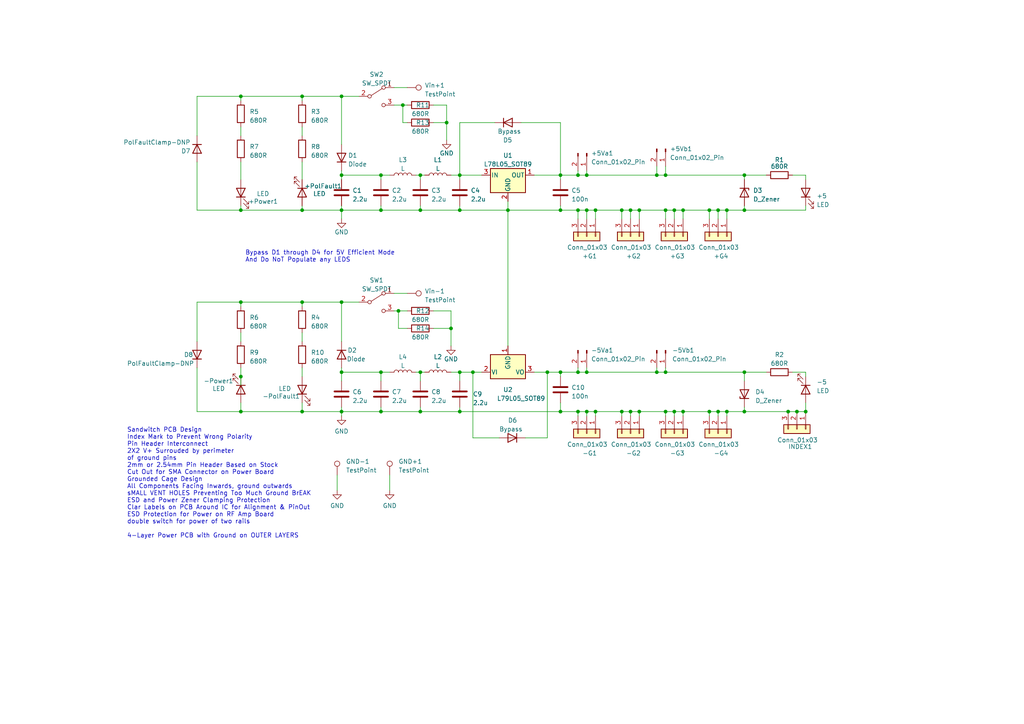
<source format=kicad_sch>
(kicad_sch (version 20230121) (generator eeschema)
  (paper "A4")
  (lib_symbols
    (symbol "Connector:Conn_01x02_Pin" (pin_names (offset 1.016) hide)
      (property "Reference" "J" (at 0 2.54 0))
      (property "Value" "Conn_01x02_Pin" (at 0 -5.08 0))
      (symbol "Conn_01x02_Pin_1_1"
        (polyline (pts (xy 1.27 -2.54) (xy 0.8636 -2.54)) (stroke (width 0.1524)))
        (polyline (pts (xy 1.27 0) (xy 0.8636 0)) (stroke (width 0.1524)))
        (rectangle (start 0.8636 -2.413) (end 0 -2.667) (stroke (width 0.1524)) (fill (type outline)))
        (rectangle (start 0.8636 0.127) (end 0 -0.127) (stroke (width 0.1524)) (fill (type outline)))
        (pin passive line (at 5.08 0 180) (length 3.81) (name "Pin_1") (number "1"))
        (pin passive line (at 5.08 -2.54 180) (length 3.81) (name "Pin_2") (number "2"))
      )
    )
    (symbol "Connector:TestPoint" (pin_numbers hide) (pin_names (offset 0.762) hide)
      (property "Reference" "TP" (at 0 6.858 0))
      (property "Value" "TestPoint" (at 0 5.08 0))
      (symbol "TestPoint_0_1"
        (circle (center 0 3.302) (radius 0.762))
      )
      (symbol "TestPoint_1_1"
        (pin passive line (at 0 0 90) (length 2.54) (name "1") (number "1"))
      )
    )
    (symbol "Connector_Generic:Conn_01x03" (pin_names (offset 1.016) hide)
      (property "Reference" "J" (at 0 5.08 0))
      (property "Value" "Conn_01x03" (at 0 -5.08 0))
      (symbol "Conn_01x03_1_1"
        (rectangle (start -1.27 -2.413) (end 0 -2.667) (stroke (width 0.1524)))
        (rectangle (start -1.27 0.127) (end 0 -0.127) (stroke (width 0.1524)))
        (rectangle (start -1.27 2.667) (end 0 2.413) (stroke (width 0.1524)))
        (rectangle (start -1.27 3.81) (end 1.27 -3.81) (stroke (width 0.254)) (fill (type background)))
        (pin passive line (at -5.08 2.54 0) (length 3.81) (name "Pin_1") (number "1"))
        (pin passive line (at -5.08 0 0) (length 3.81) (name "Pin_2") (number "2"))
        (pin passive line (at -5.08 -2.54 0) (length 3.81) (name "Pin_3") (number "3"))
      )
    )
    (symbol "Device:C" (pin_numbers hide) (pin_names (offset 0.254))
      (property "Reference" "C" (at 0.635 2.54 0))
      (property "Value" "C" (at 0.635 -2.54 0))
      (symbol "C_0_1"
        (polyline (pts (xy -2.032 -0.762) (xy 2.032 -0.762)) (stroke (width 0.508)))
        (polyline (pts (xy -2.032 0.762) (xy 2.032 0.762)) (stroke (width 0.508)))
      )
      (symbol "C_1_1"
        (pin passive line (at 0 3.81 270) (length 2.794) (name "~") (number "1"))
        (pin passive line (at 0 -3.81 90) (length 2.794) (name "~") (number "2"))
      )
    )
    (symbol "Device:D_Zener" (pin_numbers hide) (pin_names (offset 1.016) hide)
      (property "Reference" "D" (at 0 2.54 0))
      (property "Value" "D_Zener" (at 0 -2.54 0))
      (symbol "D_Zener_0_1"
        (polyline (pts (xy 1.27 0) (xy -1.27 0)))
        (polyline (pts (xy -1.27 -1.27) (xy -1.27 1.27) (xy -0.762 1.27)) (stroke (width 0.254)))
        (polyline (pts (xy 1.27 -1.27) (xy 1.27 1.27) (xy -1.27 0) (xy 1.27 -1.27)) (stroke (width 0.254)))
      )
      (symbol "D_Zener_1_1"
        (pin passive line (at -3.81 0 0) (length 2.54) (name "K") (number "1"))
        (pin passive line (at 3.81 0 180) (length 2.54) (name "A") (number "2"))
      )
    )
    (symbol "Device:L" (pin_numbers hide) (pin_names (offset 1.016) hide)
      (property "Reference" "L" (at -1.27 0 90))
      (property "Value" "L" (at 1.905 0 90))
      (symbol "L_0_1"
        (arc (start 0 -2.54) (mid 0.6323 -1.905) (end 0 -1.27))
        (arc (start 0 -1.27) (mid 0.6323 -0.635) (end 0 0))
        (arc (start 0 0) (mid 0.6323 0.635) (end 0 1.27))
        (arc (start 0 1.27) (mid 0.6323 1.905) (end 0 2.54))
      )
      (symbol "L_1_1"
        (pin passive line (at 0 3.81 270) (length 1.27) (name "1") (number "1"))
        (pin passive line (at 0 -3.81 90) (length 1.27) (name "2") (number "2"))
      )
    )
    (symbol "Device:LED" (pin_numbers hide) (pin_names (offset 1.016) hide)
      (property "Reference" "D" (at 0 2.54 0))
      (property "Value" "LED" (at 0 -2.54 0))
      (symbol "LED_0_1"
        (polyline (pts (xy -1.27 -1.27) (xy -1.27 1.27)) (stroke (width 0.254)))
        (polyline (pts (xy -1.27 0) (xy 1.27 0)))
        (polyline (pts (xy 1.27 -1.27) (xy 1.27 1.27) (xy -1.27 0) (xy 1.27 -1.27)) (stroke (width 0.254)))
        (polyline (pts (xy -3.048 -0.762) (xy -4.572 -2.286) (xy -3.81 -2.286) (xy -4.572 -2.286) (xy -4.572 -1.524)))
        (polyline (pts (xy -1.778 -0.762) (xy -3.302 -2.286) (xy -2.54 -2.286) (xy -3.302 -2.286) (xy -3.302 -1.524)))
      )
      (symbol "LED_1_1"
        (pin passive line (at -3.81 0 0) (length 2.54) (name "K") (number "1"))
        (pin passive line (at 3.81 0 180) (length 2.54) (name "A") (number "2"))
      )
    )
    (symbol "Device:R" (pin_numbers hide) (pin_names (offset 0))
      (property "Reference" "R" (at 2.032 0 90))
      (property "Value" "R" (at 0 0 90))
      (symbol "R_0_1"
        (rectangle (start -1.016 -2.54) (end 1.016 2.54) (stroke (width 0.254)))
      )
      (symbol "R_1_1"
        (pin passive line (at 0 3.81 270) (length 1.27) (name "~") (number "1"))
        (pin passive line (at 0 -3.81 90) (length 1.27) (name "~") (number "2"))
      )
    )
    (symbol "Regulator_Linear:L78L05_SOT89" (pin_names (offset 0.254))
      (property "Reference" "U" (at -3.81 3.175 0))
      (property "Value" "L78L05_SOT89" (at -0.635 3.175 0))
      (symbol "L78L05_SOT89_0_1"
        (rectangle (start -5.08 1.905) (end 5.08 -5.08) (stroke (width 0.254)) (fill (type background)))
      )
      (symbol "L78L05_SOT89_1_1"
        (pin power_out line (at 7.62 0 180) (length 2.54) (name "OUT") (number "1"))
        (pin power_in line (at 0 -7.62 90) (length 2.54) (name "GND") (number "2"))
        (pin power_in line (at -7.62 0 0) (length 2.54) (name "IN") (number "3"))
      )
    )
    (symbol "Regulator_Linear:L79L05_SOT89" (pin_names (offset 0.254))
      (property "Reference" "U" (at -3.81 -3.175 0))
      (property "Value" "L79L05_SOT89" (at 0 -3.175 0))
      (symbol "L79L05_SOT89_0_1"
        (rectangle (start -5.08 5.08) (end 5.08 -1.905) (stroke (width 0.254)) (fill (type background)))
      )
      (symbol "L79L05_SOT89_1_1"
        (pin power_in line (at 0 7.62 270) (length 2.54) (name "GND") (number "1"))
        (pin power_in line (at -7.62 0 0) (length 2.54) (name "VI") (number "2"))
        (pin power_out line (at 7.62 0 180) (length 2.54) (name "VO") (number "3"))
      )
    )
    (symbol "ScottoKeebs:Placeholder_Diode" (pin_numbers hide) (pin_names hide)
      (property "Reference" "D" (at 0 2.54 0))
      (property "Value" "Diode" (at 0 -2.54 0))
      (symbol "Placeholder_Diode_0_1"
        (polyline (pts (xy -1.27 1.27) (xy -1.27 -1.27)) (stroke (width 0.254)))
        (polyline (pts (xy 1.27 0) (xy -1.27 0)))
        (polyline (pts (xy 1.27 1.27) (xy 1.27 -1.27) (xy -1.27 0) (xy 1.27 1.27)) (stroke (width 0.254)))
      )
      (symbol "Placeholder_Diode_1_1"
        (pin passive line (at -3.81 0 0) (length 2.54) (name "K") (number "1"))
        (pin passive line (at 3.81 0 180) (length 2.54) (name "A") (number "2"))
      )
    )
    (symbol "Switch:SW_SPDT" (pin_names (offset 0) hide)
      (property "Reference" "SW" (at 0 4.318 0))
      (property "Value" "SW_SPDT" (at 0 -5.08 0))
      (symbol "SW_SPDT_0_0"
        (circle (center -2.032 0) (radius 0.508))
        (circle (center 2.032 -2.54) (radius 0.508))
      )
      (symbol "SW_SPDT_0_1"
        (polyline (pts (xy -1.524 0.254) (xy 1.651 2.286)))
        (circle (center 2.032 2.54) (radius 0.508))
      )
      (symbol "SW_SPDT_1_1"
        (pin passive line (at 5.08 2.54 180) (length 2.54) (name "A") (number "1"))
        (pin passive line (at -5.08 0 0) (length 2.54) (name "B") (number "2"))
        (pin passive line (at 5.08 -2.54 180) (length 2.54) (name "C") (number "3"))
      )
    )
    (symbol "power:GND" (power) (pin_names (offset 0))
      (property "Value" "GND" (at 0 -3.81 0))
      (symbol "GND_0_1"
        (polyline (pts (xy 0 0) (xy 0 -1.27) (xy 1.27 -1.27) (xy 0 -2.54) (xy -1.27 -1.27) (xy 0 -1.27)))
      )
      (symbol "GND_1_1"
        (pin power_in line (at 0 0 270) (length 0) hide (name "GND") (number "1"))
      )
    )
  )
  (junction (at 121.92 50.8))
  (junction (at 167.64 60.96))
  (junction (at 133.35 119.38))
  (junction (at 231.14 119.38))
  (junction (at 198.12 119.38))
  (junction (at 87.63 87.63))
  (junction (at 208.28 60.96))
  (junction (at 69.85 60.96))
  (junction (at 137.16 107.95))
  (junction (at 133.35 50.8))
  (junction (at 116.84 30.48))
  (junction (at 195.58 119.38))
  (junction (at 180.34 119.38))
  (junction (at 99.06 60.96))
  (junction (at 69.85 27.94))
  (junction (at 193.04 60.96))
  (junction (at 133.35 60.96))
  (junction (at 193.04 50.8))
  (junction (at 99.06 50.8))
  (junction (at 228.6 119.38))
  (junction (at 158.75 107.95))
  (junction (at 193.04 119.38))
  (junction (at 99.06 27.94))
  (junction (at 215.9 60.96))
  (junction (at 182.88 60.96))
  (junction (at 110.49 107.95))
  (junction (at 215.9 119.38))
  (junction (at 110.49 60.96))
  (junction (at 69.85 87.63))
  (junction (at 170.18 60.96))
  (junction (at 167.64 50.8))
  (junction (at 190.5 107.95))
  (junction (at 215.9 50.8))
  (junction (at 182.88 119.38))
  (junction (at 121.92 107.95))
  (junction (at 121.92 119.38))
  (junction (at 205.74 119.38))
  (junction (at 115.57 90.17))
  (junction (at 210.82 60.96))
  (junction (at 110.49 50.8))
  (junction (at 195.58 60.96))
  (junction (at 99.06 87.63))
  (junction (at 172.72 60.96))
  (junction (at 99.06 119.38))
  (junction (at 99.06 107.95))
  (junction (at 162.56 60.96))
  (junction (at 69.85 119.38))
  (junction (at 185.42 119.38))
  (junction (at 185.42 60.96))
  (junction (at 69.85 109.22))
  (junction (at 215.9 107.95))
  (junction (at 233.68 119.38))
  (junction (at 167.64 107.95))
  (junction (at 87.63 60.96))
  (junction (at 170.18 107.95))
  (junction (at 170.18 119.38))
  (junction (at 167.64 119.38))
  (junction (at 133.35 107.95))
  (junction (at 162.56 50.8))
  (junction (at 110.49 119.38))
  (junction (at 190.5 50.8))
  (junction (at 193.04 107.95))
  (junction (at 129.54 35.56))
  (junction (at 87.63 119.38))
  (junction (at 210.82 119.38))
  (junction (at 198.12 60.96))
  (junction (at 205.74 60.96))
  (junction (at 170.18 50.8))
  (junction (at 162.56 119.38))
  (junction (at 162.56 107.95))
  (junction (at 87.63 27.94))
  (junction (at 130.81 95.25))
  (junction (at 180.34 60.96))
  (junction (at 147.32 60.96))
  (junction (at 208.28 119.38))
  (junction (at 172.72 119.38))
  (junction (at 121.92 60.96))
  (wire (pts (xy 233.68 52.07) (xy 233.68 50.8)))
  (wire (pts (xy 121.92 52.07) (xy 121.92 50.8)))
  (wire (pts (xy 99.06 118.11) (xy 99.06 119.38)))
  (wire (pts (xy 198.12 60.96) (xy 195.58 60.96)))
  (wire (pts (xy 210.82 63.5) (xy 210.82 60.96)))
  (wire (pts (xy 110.49 60.96) (xy 99.06 60.96)))
  (wire (pts (xy 57.15 39.37) (xy 57.15 27.94)))
  (wire (pts (xy 121.92 118.11) (xy 121.92 119.38)))
  (wire (pts (xy 125.73 90.17) (xy 130.81 90.17)))
  (wire (pts (xy 69.85 87.63) (xy 87.63 87.63)))
  (wire (pts (xy 182.88 60.96) (xy 182.88 63.5)))
  (wire (pts (xy 158.75 127) (xy 158.75 107.95)))
  (wire (pts (xy 114.3 30.48) (xy 116.84 30.48)))
  (wire (pts (xy 190.5 48.26) (xy 190.5 50.8)))
  (wire (pts (xy 57.15 99.06) (xy 57.15 87.63)))
  (wire (pts (xy 172.72 60.96) (xy 170.18 60.96)))
  (wire (pts (xy 121.92 107.95) (xy 120.65 107.95)))
  (wire (pts (xy 130.81 90.17) (xy 130.81 95.25)))
  (wire (pts (xy 121.92 60.96) (xy 133.35 60.96)))
  (wire (pts (xy 121.92 119.38) (xy 110.49 119.38)))
  (wire (pts (xy 57.15 119.38) (xy 69.85 119.38)))
  (wire (pts (xy 180.34 60.96) (xy 172.72 60.96)))
  (wire (pts (xy 193.04 50.8) (xy 215.9 50.8)))
  (wire (pts (xy 167.64 60.96) (xy 167.64 63.5)))
  (wire (pts (xy 99.06 60.96) (xy 99.06 63.5)))
  (wire (pts (xy 193.04 60.96) (xy 193.04 63.5)))
  (wire (pts (xy 87.63 46.99) (xy 87.63 52.07)))
  (wire (pts (xy 69.85 36.83) (xy 69.85 39.37)))
  (wire (pts (xy 118.11 95.25) (xy 115.57 95.25)))
  (wire (pts (xy 69.85 106.68) (xy 69.85 109.22)))
  (wire (pts (xy 162.56 50.8) (xy 162.56 52.07)))
  (wire (pts (xy 233.68 60.96) (xy 215.9 60.96)))
  (wire (pts (xy 193.04 106.68) (xy 193.04 107.95)))
  (wire (pts (xy 133.35 59.69) (xy 133.35 60.96)))
  (wire (pts (xy 167.64 106.68) (xy 167.64 107.95)))
  (wire (pts (xy 172.72 119.38) (xy 172.72 120.65)))
  (wire (pts (xy 69.85 29.21) (xy 69.85 27.94)))
  (wire (pts (xy 167.64 50.8) (xy 170.18 50.8)))
  (wire (pts (xy 162.56 35.56) (xy 162.56 50.8)))
  (wire (pts (xy 162.56 60.96) (xy 147.32 60.96)))
  (wire (pts (xy 87.63 60.96) (xy 99.06 60.96)))
  (wire (pts (xy 137.16 107.95) (xy 139.7 107.95)))
  (wire (pts (xy 205.74 60.96) (xy 205.74 63.5)))
  (wire (pts (xy 69.85 60.96) (xy 87.63 60.96)))
  (wire (pts (xy 193.04 60.96) (xy 185.42 60.96)))
  (wire (pts (xy 233.68 59.69) (xy 233.68 60.96)))
  (wire (pts (xy 215.9 50.8) (xy 215.9 52.07)))
  (wire (pts (xy 87.63 29.21) (xy 87.63 27.94)))
  (wire (pts (xy 87.63 87.63) (xy 99.06 87.63)))
  (wire (pts (xy 121.92 110.49) (xy 121.92 107.95)))
  (wire (pts (xy 210.82 60.96) (xy 208.28 60.96)))
  (wire (pts (xy 170.18 60.96) (xy 170.18 63.5)))
  (wire (pts (xy 167.64 60.96) (xy 162.56 60.96)))
  (wire (pts (xy 133.35 119.38) (xy 121.92 119.38)))
  (wire (pts (xy 57.15 46.99) (xy 57.15 60.96)))
  (wire (pts (xy 110.49 107.95) (xy 99.06 107.95)))
  (wire (pts (xy 195.58 60.96) (xy 193.04 60.96)))
  (wire (pts (xy 133.35 35.56) (xy 133.35 50.8)))
  (wire (pts (xy 87.63 27.94) (xy 99.06 27.94)))
  (wire (pts (xy 57.15 87.63) (xy 69.85 87.63)))
  (wire (pts (xy 228.6 119.38) (xy 215.9 119.38)))
  (wire (pts (xy 215.9 60.96) (xy 210.82 60.96)))
  (wire (pts (xy 154.94 50.8) (xy 162.56 50.8)))
  (wire (pts (xy 99.06 27.94) (xy 104.14 27.94)))
  (wire (pts (xy 57.15 27.94) (xy 69.85 27.94)))
  (wire (pts (xy 170.18 119.38) (xy 170.18 120.65)))
  (wire (pts (xy 130.81 50.8) (xy 133.35 50.8)))
  (wire (pts (xy 154.94 107.95) (xy 158.75 107.95)))
  (wire (pts (xy 99.06 27.94) (xy 99.06 41.91)))
  (wire (pts (xy 180.34 60.96) (xy 180.34 63.5)))
  (wire (pts (xy 129.54 30.48) (xy 129.54 35.56)))
  (wire (pts (xy 87.63 96.52) (xy 87.63 99.06)))
  (wire (pts (xy 115.57 95.25) (xy 115.57 90.17)))
  (wire (pts (xy 99.06 59.69) (xy 99.06 60.96)))
  (wire (pts (xy 118.11 35.56) (xy 116.84 35.56)))
  (wire (pts (xy 185.42 60.96) (xy 185.42 63.5)))
  (wire (pts (xy 167.64 119.38) (xy 167.64 120.65)))
  (wire (pts (xy 208.28 119.38) (xy 208.28 120.65)))
  (wire (pts (xy 182.88 60.96) (xy 180.34 60.96)))
  (wire (pts (xy 114.3 90.17) (xy 115.57 90.17)))
  (wire (pts (xy 215.9 118.11) (xy 215.9 119.38)))
  (wire (pts (xy 87.63 59.69) (xy 87.63 60.96)))
  (wire (pts (xy 151.13 35.56) (xy 162.56 35.56)))
  (wire (pts (xy 210.82 120.65) (xy 210.82 119.38)))
  (wire (pts (xy 133.35 107.95) (xy 137.16 107.95)))
  (wire (pts (xy 198.12 119.38) (xy 195.58 119.38)))
  (wire (pts (xy 69.85 119.38) (xy 87.63 119.38)))
  (wire (pts (xy 114.3 25.4) (xy 118.11 25.4)))
  (wire (pts (xy 87.63 116.84) (xy 87.63 119.38)))
  (wire (pts (xy 170.18 119.38) (xy 167.64 119.38)))
  (wire (pts (xy 137.16 127) (xy 137.16 107.95)))
  (wire (pts (xy 167.64 119.38) (xy 162.56 119.38)))
  (wire (pts (xy 121.92 50.8) (xy 123.19 50.8)))
  (wire (pts (xy 125.73 30.48) (xy 129.54 30.48)))
  (wire (pts (xy 57.15 106.68) (xy 57.15 119.38)))
  (wire (pts (xy 99.06 87.63) (xy 99.06 99.06)))
  (wire (pts (xy 205.74 119.38) (xy 198.12 119.38)))
  (wire (pts (xy 121.92 107.95) (xy 123.19 107.95)))
  (wire (pts (xy 133.35 118.11) (xy 133.35 119.38)))
  (wire (pts (xy 133.35 110.49) (xy 133.35 107.95)))
  (wire (pts (xy 193.04 119.38) (xy 185.42 119.38)))
  (wire (pts (xy 158.75 107.95) (xy 162.56 107.95)))
  (wire (pts (xy 133.35 119.38) (xy 162.56 119.38)))
  (wire (pts (xy 170.18 106.68) (xy 170.18 107.95)))
  (wire (pts (xy 215.9 59.69) (xy 215.9 60.96)))
  (wire (pts (xy 193.04 119.38) (xy 193.04 120.65)))
  (wire (pts (xy 144.78 127) (xy 137.16 127)))
  (wire (pts (xy 215.9 50.8) (xy 222.25 50.8)))
  (wire (pts (xy 69.85 109.22) (xy 69.85 111.76)))
  (wire (pts (xy 99.06 119.38) (xy 110.49 119.38)))
  (wire (pts (xy 215.9 107.95) (xy 222.25 107.95)))
  (wire (pts (xy 162.56 116.84) (xy 162.56 119.38)))
  (wire (pts (xy 180.34 119.38) (xy 172.72 119.38)))
  (wire (pts (xy 190.5 106.68) (xy 190.5 107.95)))
  (wire (pts (xy 182.88 119.38) (xy 180.34 119.38)))
  (wire (pts (xy 133.35 52.07) (xy 133.35 50.8)))
  (wire (pts (xy 99.06 119.38) (xy 99.06 120.65)))
  (wire (pts (xy 185.42 119.38) (xy 182.88 119.38)))
  (wire (pts (xy 113.03 137.795) (xy 113.03 142.24)))
  (wire (pts (xy 125.73 35.56) (xy 129.54 35.56)))
  (wire (pts (xy 193.04 107.95) (xy 215.9 107.95)))
  (wire (pts (xy 69.85 59.69) (xy 69.85 60.96)))
  (wire (pts (xy 87.63 106.68) (xy 87.63 109.22)))
  (wire (pts (xy 113.03 107.95) (xy 110.49 107.95)))
  (wire (pts (xy 110.49 50.8) (xy 99.06 50.8)))
  (wire (pts (xy 193.04 50.8) (xy 190.5 50.8)))
  (wire (pts (xy 233.68 116.84) (xy 233.68 119.38)))
  (wire (pts (xy 162.56 59.69) (xy 162.56 60.96)))
  (wire (pts (xy 110.49 59.69) (xy 110.49 60.96)))
  (wire (pts (xy 210.82 119.38) (xy 208.28 119.38)))
  (wire (pts (xy 87.63 36.83) (xy 87.63 39.37)))
  (wire (pts (xy 205.74 119.38) (xy 205.74 120.65)))
  (wire (pts (xy 195.58 119.38) (xy 195.58 120.65)))
  (wire (pts (xy 147.32 58.42) (xy 147.32 60.96)))
  (wire (pts (xy 69.85 116.84) (xy 69.85 119.38)))
  (wire (pts (xy 172.72 60.96) (xy 172.72 63.5)))
  (wire (pts (xy 87.63 119.38) (xy 99.06 119.38)))
  (wire (pts (xy 208.28 60.96) (xy 205.74 60.96)))
  (wire (pts (xy 110.49 118.11) (xy 110.49 119.38)))
  (wire (pts (xy 180.34 119.38) (xy 180.34 120.65)))
  (wire (pts (xy 152.4 127) (xy 158.75 127)))
  (wire (pts (xy 185.42 60.96) (xy 182.88 60.96)))
  (wire (pts (xy 69.85 46.99) (xy 69.85 52.07)))
  (wire (pts (xy 115.57 90.17) (xy 118.11 90.17)))
  (wire (pts (xy 121.92 59.69) (xy 121.92 60.96)))
  (wire (pts (xy 167.64 49.53) (xy 167.64 50.8)))
  (wire (pts (xy 185.42 119.38) (xy 185.42 120.65)))
  (wire (pts (xy 170.18 107.95) (xy 190.5 107.95)))
  (wire (pts (xy 57.15 60.96) (xy 69.85 60.96)))
  (wire (pts (xy 215.9 119.38) (xy 210.82 119.38)))
  (wire (pts (xy 162.56 107.95) (xy 162.56 109.22)))
  (wire (pts (xy 193.04 107.95) (xy 190.5 107.95)))
  (wire (pts (xy 198.12 120.65) (xy 198.12 119.38)))
  (wire (pts (xy 130.81 95.25) (xy 130.81 100.33)))
  (wire (pts (xy 205.74 60.96) (xy 198.12 60.96)))
  (wire (pts (xy 99.06 106.68) (xy 99.06 107.95)))
  (wire (pts (xy 208.28 60.96) (xy 208.28 63.5)))
  (wire (pts (xy 147.32 60.96) (xy 133.35 60.96)))
  (wire (pts (xy 116.84 30.48) (xy 118.11 30.48)))
  (wire (pts (xy 121.92 50.8) (xy 120.65 50.8)))
  (wire (pts (xy 167.64 107.95) (xy 170.18 107.95)))
  (wire (pts (xy 69.85 96.52) (xy 69.85 99.06)))
  (wire (pts (xy 193.04 48.26) (xy 193.04 50.8)))
  (wire (pts (xy 143.51 35.56) (xy 133.35 35.56)))
  (wire (pts (xy 99.06 49.53) (xy 99.06 50.8)))
  (wire (pts (xy 215.9 107.95) (xy 215.9 110.49)))
  (wire (pts (xy 162.56 50.8) (xy 167.64 50.8)))
  (wire (pts (xy 110.49 110.49) (xy 110.49 107.95)))
  (wire (pts (xy 133.35 50.8) (xy 139.7 50.8)))
  (wire (pts (xy 125.73 95.25) (xy 130.81 95.25)))
  (wire (pts (xy 231.14 119.38) (xy 228.6 119.38)))
  (wire (pts (xy 162.56 107.95) (xy 167.64 107.95)))
  (wire (pts (xy 182.88 119.38) (xy 182.88 120.65)))
  (wire (pts (xy 114.3 85.09) (xy 118.11 85.09)))
  (wire (pts (xy 233.68 50.8) (xy 229.87 50.8)))
  (wire (pts (xy 170.18 60.96) (xy 167.64 60.96)))
  (wire (pts (xy 69.85 88.9) (xy 69.85 87.63)))
  (wire (pts (xy 170.18 50.8) (xy 190.5 50.8)))
  (wire (pts (xy 69.85 27.94) (xy 87.63 27.94)))
  (wire (pts (xy 99.06 107.95) (xy 99.06 110.49)))
  (wire (pts (xy 195.58 119.38) (xy 193.04 119.38)))
  (wire (pts (xy 133.35 107.95) (xy 130.81 107.95)))
  (wire (pts (xy 195.58 60.96) (xy 195.58 63.5)))
  (wire (pts (xy 129.54 35.56) (xy 129.54 40.64)))
  (wire (pts (xy 233.68 109.22) (xy 233.68 107.95)))
  (wire (pts (xy 233.68 119.38) (xy 231.14 119.38)))
  (wire (pts (xy 87.63 88.9) (xy 87.63 87.63)))
  (wire (pts (xy 172.72 119.38) (xy 170.18 119.38)))
  (wire (pts (xy 99.06 50.8) (xy 99.06 52.07)))
  (wire (pts (xy 110.49 52.07) (xy 110.49 50.8)))
  (wire (pts (xy 170.18 49.53) (xy 170.18 50.8)))
  (wire (pts (xy 116.84 35.56) (xy 116.84 30.48)))
  (wire (pts (xy 97.79 137.795) (xy 97.79 142.24)))
  (wire (pts (xy 147.32 60.96) (xy 147.32 100.33)))
  (wire (pts (xy 208.28 119.38) (xy 205.74 119.38)))
  (wire (pts (xy 99.06 87.63) (xy 104.14 87.63)))
  (wire (pts (xy 121.92 60.96) (xy 110.49 60.96)))
  (wire (pts (xy 113.03 50.8) (xy 110.49 50.8)))
  (wire (pts (xy 198.12 63.5) (xy 198.12 60.96)))
  (wire (pts (xy 233.68 107.95) (xy 229.87 107.95)))
  (text "Sandwitch PCB Design\nIndex Mark to Prevent Wrong Polarity\nPin Header Interconnect\n2X2 V+ Surrouded by perimeter\nof ground pins\n2mm or 2.54mm Pin Header Based on Stock\nCut Out for SMA Connector on Power Board\nGrounded Cage Design\nAll Components Facing Inwards, ground outwards\nsMALL VENT HOLES Preventing Too Much Ground BrEAK\nESD and Power Zener Clamping Protection\nClar Labels on PCB Around IC for Alignment & PinOut\nESD Protection for Power on RF Amp Board\ndouble switch for power of two rails\n\n4-Layer Power PCB with Ground on OUTER LAYERS" (at 36.83 156.21 0) (effects (font (size 1.27 1.27)) (justify left bottom)))
  (text "Bypass D1 through D4 for 5V Efficient Mode\nAnd Do NoT Populate any LEDS" (at 71.12 76.2 0) (effects (font (size 1.27 1.27)) (justify left bottom)))
  (symbol (lib_id "Device:LED") (at 69.85 55.88 90) (unit 1)
    (property "Reference" "+Power1" (at 80.645 58.42 90) (effects (justify left)))
    (property "Value" "LED" (at 78.105 56.1975 90) (effects (justify left)))
    (property "Footprint" "LED_SMD:LED_0805_2012Metric_Pad1.15x1.40mm_HandSolder" (effects hide))
  )
  (symbol (lib_id "Device:R") (at 69.85 43.18 180) (unit 1)
    (property "Reference" "R7" (at 72.39 42.545 0) (effects (justify right)))
    (property "Value" "680R" (at 72.39 45.085 0) (effects (justify right)))
    (property "Footprint" "Resistor_SMD:R_0805_2012Metric_Pad1.20x1.40mm_HandSolder" (effects hide))
  )
  (symbol (lib_id "power:GND") (at 97.79 142.24 0) (unit 1)
    (property "Reference" "#PWR02" (effects hide))
    (property "Value" "GND" (at 97.79 146.685 0))
  )
  (symbol (lib_id "Device:R") (at 87.63 92.71 180) (unit 1)
    (property "Reference" "R4" (at 90.17 92.075 0) (effects (justify right)))
    (property "Value" "680R" (at 90.17 94.615 0) (effects (justify right)))
    (property "Footprint" "Resistor_SMD:R_0805_2012Metric_Pad1.20x1.40mm_HandSolder" (effects hide))
  )
  (symbol (lib_id "power:GND") (at 99.06 120.65 0) (unit 1)
    (property "Reference" "#PWR04" (effects hide))
    (property "Value" "GND" (at 99.06 125.095 0))
  )
  (symbol (lib_id "Device:C") (at 121.92 55.88 0) (unit 1)
    (property "Reference" "C3" (at 125.095 55.245 0) (effects (justify left)))
    (property "Value" "2.2u" (at 125.095 57.785 0) (effects (justify left)))
    (property "Footprint" "Capacitor_SMD:C_1206_3216Metric_Pad1.33x1.80mm_HandSolder" (effects hide))
  )
  (symbol (lib_id "Connector_Generic:Conn_01x03") (at 208.28 125.73 270) (unit 1)
    (property "Reference" "-G4" (at 207.01 131.445 90) (effects (justify left)))
    (property "Value" "Conn_01x03" (at 202.565 128.905 90) (effects (justify left)))
    (property "Footprint" "Connector_PinHeader_2.54mm:PinHeader_1x03_P2.54mm_Vertical" (effects hide))
  )
  (symbol (lib_id "Device:R") (at 69.85 102.87 180) (unit 1)
    (property "Reference" "R9" (at 72.39 102.235 0) (effects (justify right)))
    (property "Value" "680R" (at 72.39 104.775 0) (effects (justify right)))
    (property "Footprint" "Resistor_SMD:R_0805_2012Metric_Pad1.20x1.40mm_HandSolder" (effects hide))
  )
  (symbol (lib_id "ScottoKeebs:Placeholder_Diode") (at 148.59 127 180) (unit 1)
    (property "Reference" "D6" (at 147.32 121.92 0) (effects (justify right)))
    (property "Value" "Bypass" (at 144.78 124.46 0) (effects (justify right)))
    (property "Footprint" "Diode_SMD:D_MELF" (effects hide))
    (property "Sim.Device" "D" (effects hide))
    (property "Sim.Pins" "1=K 2=A" (effects hide))
  )
  (symbol (lib_id "Connector_Generic:Conn_01x03") (at 195.58 125.73 270) (unit 1)
    (property "Reference" "-G3" (at 194.31 131.445 90) (effects (justify left)))
    (property "Value" "Conn_01x03" (at 189.865 128.905 90) (effects (justify left)))
    (property "Footprint" "Connector_PinHeader_2.54mm:PinHeader_1x03_P2.54mm_Vertical" (effects hide))
  )
  (symbol (lib_id "Regulator_Linear:L79L05_SOT89") (at 147.32 107.95 0) (unit 1)
    (property "Reference" "U2" (at 147.32 113.03 0))
    (property "Value" "L79L05_SOT89" (at 151.13 115.57 0))
    (property "Footprint" "Package_TO_SOT_SMD:SOT-89-3" (effects hide))
    (property "Datasheet" "http://www.farnell.com/datasheets/1827870.pdf" (effects hide))
  )
  (symbol (lib_id "Device:LED") (at 87.63 113.03 90) (unit 1)
    (property "Reference" "-PolFault1" (at 86.995 114.935 90) (effects (justify left)))
    (property "Value" "LED" (at 84.455 112.7125 90) (effects (justify left)))
    (property "Footprint" "LED_SMD:LED_0805_2012Metric_Pad1.15x1.40mm_HandSolder" (effects hide))
  )
  (symbol (lib_id "Connector_Generic:Conn_01x03") (at 231.14 124.46 270) (unit 1)
    (property "Reference" "INDEX1" (at 228.6 129.54 90) (effects (justify left)))
    (property "Value" "Conn_01x03" (at 225.425 127.635 90) (effects (justify left)))
    (property "Footprint" "Connector_PinHeader_2.54mm:PinHeader_1x03_P2.54mm_Vertical" (effects hide))
  )
  (symbol (lib_id "power:GND") (at 99.06 63.5 0) (unit 1)
    (property "Reference" "#PWR03" (effects hide))
    (property "Value" "GND" (at 99.06 67.31 0))
  )
  (symbol (lib_id "Device:C") (at 110.49 55.88 0) (unit 1)
    (property "Reference" "C2" (at 113.665 55.245 0) (effects (justify left)))
    (property "Value" "2.2u" (at 113.665 57.785 0) (effects (justify left)))
    (property "Footprint" "Capacitor_SMD:C_1206_3216Metric_Pad1.33x1.80mm_HandSolder" (effects hide))
  )
  (symbol (lib_id "Device:L") (at 127 50.8 90) (unit 1)
    (property "Reference" "L1" (at 127 46.355 90))
    (property "Value" "L" (at 127 48.895 90))
    (property "Footprint" "Inductor_SMD:L_6.3x6.3_H3" (effects hide))
  )
  (symbol (lib_id "ScottoKeebs:Placeholder_Diode") (at 147.32 35.56 0) (unit 1)
    (property "Reference" "D5" (at 148.59 40.64 0) (effects (justify right)))
    (property "Value" "Bypass" (at 151.13 38.1 0) (effects (justify right)))
    (property "Footprint" "Diode_SMD:D_MELF" (effects hide))
    (property "Sim.Device" "D" (effects hide))
    (property "Sim.Pins" "1=K 2=A" (effects hide))
  )
  (symbol (lib_id "Connector:TestPoint") (at 118.11 25.4 270) (unit 1)
    (property "Reference" "Vin+1" (at 123.19 24.765 90) (effects (justify left)))
    (property "Value" "TestPoint" (at 123.19 27.305 90) (effects (justify left)))
    (property "Footprint" "TestPoint:TestPoint_Pad_D4.0mm" (effects hide))
  )
  (symbol (lib_id "ScottoKeebs:Placeholder_Diode") (at 57.15 102.87 90) (unit 1)
    (property "Reference" "D8" (at 53.34 102.87 90) (effects (justify right)))
    (property "Value" "PolFaultClamp-DNP" (at 36.83 105.41 90) (effects (justify right)))
    (property "Footprint" "Diode_SMD:D_MELF" (effects hide))
    (property "Sim.Device" "D" (effects hide))
    (property "Sim.Pins" "1=K 2=A" (effects hide))
  )
  (symbol (lib_id "Device:R") (at 87.63 33.02 180) (unit 1)
    (property "Reference" "R3" (at 90.17 32.385 0) (effects (justify right)))
    (property "Value" "680R" (at 90.17 34.925 0) (effects (justify right)))
    (property "Footprint" "Resistor_SMD:R_0805_2012Metric_Pad1.20x1.40mm_HandSolder" (effects hide))
  )
  (symbol (lib_id "Connector:TestPoint") (at 97.79 137.795 0) (unit 1)
    (property "Reference" "GND-1" (at 100.33 133.858 0) (effects (justify left)))
    (property "Value" "TestPoint" (at 100.33 136.398 0) (effects (justify left)))
    (property "Footprint" "TestPoint:TestPoint_Pad_D4.0mm" (effects hide))
  )
  (symbol (lib_id "Connector_Generic:Conn_01x03") (at 182.88 125.73 270) (unit 1)
    (property "Reference" "-G2" (at 181.61 131.445 90) (effects (justify left)))
    (property "Value" "Conn_01x03" (at 177.165 128.905 90) (effects (justify left)))
    (property "Footprint" "Connector_PinHeader_2.54mm:PinHeader_1x03_P2.54mm_Vertical" (effects hide))
  )
  (symbol (lib_id "ScottoKeebs:Placeholder_Diode") (at 99.06 45.72 90) (unit 1)
    (property "Reference" "D1" (at 100.965 45.085 90) (effects (justify right)))
    (property "Value" "Diode" (at 100.965 47.625 90) (effects (justify right)))
    (property "Footprint" "Diode_SMD:D_MELF" (effects hide))
    (property "Sim.Device" "D" (effects hide))
    (property "Sim.Pins" "1=K 2=A" (effects hide))
  )
  (symbol (lib_id "Device:LED") (at 233.68 113.03 270) (unit 1)
    (property "Reference" "-5" (at 236.855 110.8075 90) (effects (justify left)))
    (property "Value" "LED" (at 236.855 113.3475 90) (effects (justify left)))
    (property "Footprint" "LED_SMD:LED_0805_2012Metric_Pad1.15x1.40mm_HandSolder" (effects hide))
  )
  (symbol (lib_id "Connector_Generic:Conn_01x03") (at 208.28 68.58 270) (unit 1)
    (property "Reference" "+G4" (at 207.01 74.295 90) (effects (justify left)))
    (property "Value" "Conn_01x03" (at 202.565 71.755 90) (effects (justify left)))
    (property "Footprint" "Connector_PinHeader_2.54mm:PinHeader_1x03_P2.54mm_Vertical" (effects hide))
  )
  (symbol (lib_id "Device:R") (at 226.06 107.95 90) (unit 1)
    (property "Reference" "R2" (at 226.06 102.87 90))
    (property "Value" "680R" (at 226.06 105.41 90))
    (property "Footprint" "Resistor_SMD:R_0805_2012Metric_Pad1.20x1.40mm_HandSolder" (effects hide))
  )
  (symbol (lib_id "Device:R") (at 226.06 50.8 90) (unit 1)
    (property "Reference" "R1" (at 226.06 46.355 90))
    (property "Value" "680R" (at 226.06 48.26 90))
    (property "Footprint" "Resistor_SMD:R_0805_2012Metric_Pad1.20x1.40mm_HandSolder" (effects hide))
  )
  (symbol (lib_id "Device:R") (at 69.85 33.02 180) (unit 1)
    (property "Reference" "R5" (at 72.39 32.385 0) (effects (justify right)))
    (property "Value" "680R" (at 72.39 34.925 0) (effects (justify right)))
    (property "Footprint" "Resistor_SMD:R_0805_2012Metric_Pad1.20x1.40mm_HandSolder" (effects hide))
  )
  (symbol (lib_id "Connector:Conn_01x02_Pin") (at 193.04 43.18 270) (unit 1)
    (property "Reference" "+5Vb1" (at 194.31 43.18 90) (effects (justify left)))
    (property "Value" "Conn_01x02_Pin" (at 194.31 45.72 90) (effects (justify left)))
    (property "Footprint" "Connector_PinHeader_2.54mm:PinHeader_1x02_P2.54mm_Vertical" (effects hide))
  )
  (symbol (lib_id "Switch:SW_SPDT") (at 109.22 87.63 0) (unit 1)
    (property "Reference" "SW1" (at 109.22 81.28 0))
    (property "Value" "SW_SPDT" (at 109.22 83.82 0))
    (property "Footprint" "RF-Project:SPDT-Long-SMD" (effects hide))
  )
  (symbol (lib_id "Device:LED") (at 233.68 55.88 90) (unit 1)
    (property "Reference" "+5" (at 236.855 56.8325 90) (effects (justify right)))
    (property "Value" "LED" (at 236.855 59.3725 90) (effects (justify right)))
    (property "Footprint" "Diode_SMD:D_2010_5025Metric_Pad1.52x2.65mm_HandSolder" (effects hide))
  )
  (symbol (lib_id "Connector:Conn_01x02_Pin") (at 193.04 101.6 270) (unit 1)
    (property "Reference" "-5Vb1" (at 194.945 101.6 90) (effects (justify left)))
    (property "Value" "Conn_01x02_Pin" (at 194.945 104.14 90) (effects (justify left)))
    (property "Footprint" "Connector_PinHeader_2.54mm:PinHeader_1x02_P2.54mm_Vertical" (effects hide))
  )
  (symbol (lib_id "Device:C") (at 162.56 113.03 0) (unit 1)
    (property "Reference" "C10" (at 165.735 112.395 0) (effects (justify left)))
    (property "Value" "100n" (at 165.735 114.935 0) (effects (justify left)))
    (property "Footprint" "Capacitor_SMD:C_0603_1608Metric_Pad1.08x0.95mm_HandSolder" (effects hide))
  )
  (symbol (lib_id "Switch:SW_SPDT") (at 109.22 27.94 0) (unit 1)
    (property "Reference" "SW2" (at 109.22 21.59 0))
    (property "Value" "SW_SPDT" (at 109.22 24.13 0))
    (property "Footprint" "RF-Project:SPDT-Long-SMD" (effects hide))
  )
  (symbol (lib_id "Device:LED") (at 69.85 113.03 270) (unit 1)
    (property "Reference" "-Power1" (at 59.055 110.49 90) (effects (justify left)))
    (property "Value" "LED" (at 61.595 112.7125 90) (effects (justify left)))
    (property "Footprint" "LED_SMD:LED_0805_2012Metric_Pad1.15x1.40mm_HandSolder" (effects hide))
  )
  (symbol (lib_id "Device:R") (at 87.63 102.87 180) (unit 1)
    (property "Reference" "R10" (at 90.17 102.235 0) (effects (justify right)))
    (property "Value" "680R" (at 90.17 104.775 0) (effects (justify right)))
    (property "Footprint" "Resistor_SMD:R_0805_2012Metric_Pad1.20x1.40mm_HandSolder" (effects hide))
  )
  (symbol (lib_id "Device:C") (at 121.92 114.3 0) (unit 1)
    (property "Reference" "C8" (at 125.095 113.665 0) (effects (justify left)))
    (property "Value" "2.2u" (at 125.095 116.205 0) (effects (justify left)))
    (property "Footprint" "Capacitor_SMD:C_1206_3216Metric_Pad1.33x1.80mm_HandSolder" (effects hide))
  )
  (symbol (lib_id "Device:C") (at 110.49 114.3 0) (unit 1)
    (property "Reference" "C7" (at 113.665 113.665 0) (effects (justify left)))
    (property "Value" "2.2u" (at 113.665 116.205 0) (effects (justify left)))
    (property "Footprint" "Capacitor_SMD:C_1206_3216Metric_Pad1.33x1.80mm_HandSolder" (effects hide))
  )
  (symbol (lib_id "Device:C") (at 133.35 114.3 0) (unit 1)
    (property "Reference" "C9" (at 137.16 114.3 0) (effects (justify left)))
    (property "Value" "2.2u" (at 137.16 116.84 0) (effects (justify left)))
    (property "Footprint" "Capacitor_SMD:C_1206_3216Metric_Pad1.33x1.80mm_HandSolder" (effects hide))
  )
  (symbol (lib_id "Connector_Generic:Conn_01x03") (at 170.18 68.58 270) (unit 1)
    (property "Reference" "+G1" (at 168.91 74.295 90) (effects (justify left)))
    (property "Value" "Conn_01x03" (at 164.465 71.755 90) (effects (justify left)))
    (property "Footprint" "Connector_PinHeader_2.54mm:PinHeader_1x03_P2.54mm_Vertical" (effects hide))
  )
  (symbol (lib_id "Connector_Generic:Conn_01x03") (at 195.58 68.58 270) (unit 1)
    (property "Reference" "+G3" (at 194.31 74.295 90) (effects (justify left)))
    (property "Value" "Conn_01x03" (at 189.865 71.755 90) (effects (justify left)))
    (property "Footprint" "Connector_PinHeader_2.54mm:PinHeader_1x03_P2.54mm_Vertical" (effects hide))
  )
  (symbol (lib_id "power:GND") (at 113.03 142.24 0) (unit 1)
    (property "Reference" "#PWR01" (effects hide))
    (property "Value" "GND" (at 113.03 146.685 0))
  )
  (symbol (lib_id "Connector:Conn_01x02_Pin") (at 170.18 101.6 270) (unit 1)
    (property "Reference" "-5Va1" (at 171.45 101.6 90) (effects (justify left)))
    (property "Value" "Conn_01x02_Pin" (at 171.45 104.14 90) (effects (justify left)))
    (property "Footprint" "Connector_PinHeader_2.54mm:PinHeader_1x02_P2.54mm_Vertical" (effects hide))
  )
  (symbol (lib_id "Connector_Generic:Conn_01x03") (at 170.18 125.73 270) (unit 1)
    (property "Reference" "-G1" (at 168.91 131.445 90) (effects (justify left)))
    (property "Value" "Conn_01x03" (at 164.465 128.905 90) (effects (justify left)))
    (property "Footprint" "Connector_PinHeader_2.54mm:PinHeader_1x03_P2.54mm_Vertical" (effects hide))
  )
  (symbol (lib_id "Device:R") (at 69.85 92.71 180) (unit 1)
    (property "Reference" "R6" (at 72.39 92.075 0) (effects (justify right)))
    (property "Value" "680R" (at 72.39 94.615 0) (effects (justify right)))
    (property "Footprint" "Resistor_SMD:R_0805_2012Metric_Pad1.20x1.40mm_HandSolder" (effects hide))
  )
  (symbol (lib_id "Device:C") (at 133.35 55.88 0) (unit 1)
    (property "Reference" "C4" (at 136.525 55.245 0) (effects (justify left)))
    (property "Value" "2.2u" (at 136.525 57.785 0) (effects (justify left)))
    (property "Footprint" "Capacitor_SMD:C_1206_3216Metric_Pad1.33x1.80mm_HandSolder" (effects hide))
  )
  (symbol (lib_id "ScottoKeebs:Placeholder_Diode") (at 57.15 43.18 270) (unit 1)
    (property "Reference" "D7" (at 55.245 43.815 90) (effects (justify right)))
    (property "Value" "PolFaultClamp-DNP" (at 55.245 41.275 90) (effects (justify right)))
    (property "Footprint" "Diode_SMD:D_MELF" (effects hide))
    (property "Sim.Device" "D" (effects hide))
    (property "Sim.Pins" "1=K 2=A" (effects hide))
  )
  (symbol (lib_id "Device:L") (at 116.84 50.8 90) (unit 1)
    (property "Reference" "L3" (at 116.84 46.355 90))
    (property "Value" "L" (at 116.84 48.895 90))
    (property "Footprint" "Inductor_SMD:L_6.3x6.3_H3" (effects hide))
  )
  (symbol (lib_id "Connector:Conn_01x02_Pin") (at 170.18 44.45 270) (unit 1)
    (property "Reference" "+5Va1" (at 171.45 44.45 90) (effects (justify left)))
    (property "Value" "Conn_01x02_Pin" (at 171.45 46.99 90) (effects (justify left)))
    (property "Footprint" "Connector_PinHeader_2.54mm:PinHeader_1x02_P2.54mm_Vertical" (effects hide))
  )
  (symbol (lib_id "Connector:TestPoint") (at 118.11 85.09 270) (unit 1)
    (property "Reference" "Vin-1" (at 123.19 84.455 90) (effects (justify left)))
    (property "Value" "TestPoint" (at 123.19 86.995 90) (effects (justify left)))
    (property "Footprint" "TestPoint:TestPoint_Pad_D4.0mm" (effects hide))
  )
  (symbol (lib_id "power:GND") (at 129.54 40.64 0) (unit 1)
    (property "Reference" "#PWR06" (effects hide))
    (property "Value" "GND" (at 129.54 44.45 0))
  )
  (symbol (lib_id "Device:R") (at 121.92 90.17 90) (unit 1)
    (property "Reference" "R12" (at 120.65 90.17 90) (effects (justify right)))
    (property "Value" "680R" (at 119.38 92.71 90) (effects (justify right)))
    (property "Footprint" "Resistor_SMD:R_0805_2012Metric_Pad1.20x1.40mm_HandSolder" (effects hide))
  )
  (symbol (lib_id "Device:R") (at 87.63 43.18 180) (unit 1)
    (property "Reference" "R8" (at 90.17 42.545 0) (effects (justify right)))
    (property "Value" "680R" (at 90.17 45.085 0) (effects (justify right)))
    (property "Footprint" "Resistor_SMD:R_0805_2012Metric_Pad1.20x1.40mm_HandSolder" (effects hide))
  )
  (symbol (lib_id "Connector:TestPoint") (at 113.03 137.795 0) (unit 1)
    (property "Reference" "GND+1" (at 115.57 133.858 0) (effects (justify left)))
    (property "Value" "TestPoint" (at 115.57 136.398 0) (effects (justify left)))
    (property "Footprint" "TestPoint:TestPoint_Pad_D4.0mm" (effects hide))
  )
  (symbol (lib_id "ScottoKeebs:Placeholder_Diode") (at 99.06 102.87 270) (unit 1)
    (property "Reference" "D2" (at 103.505 101.6 90) (effects (justify right)))
    (property "Value" "Diode" (at 106.045 104.14 90) (effects (justify right)))
    (property "Footprint" "Diode_SMD:D_MELF" (effects hide))
    (property "Sim.Device" "D" (effects hide))
    (property "Sim.Pins" "1=K 2=A" (effects hide))
  )
  (symbol (lib_id "Regulator_Linear:L78L05_SOT89") (at 147.32 50.8 0) (unit 1)
    (property "Reference" "U1" (at 147.32 45.085 0))
    (property "Value" "L78L05_SOT89" (at 147.32 47.625 0))
    (property "Footprint" "Package_TO_SOT_SMD:SOT-89-3" (effects hide))
    (property "Datasheet" "http://www.st.com/content/ccc/resource/technical/document/datasheet/15/55/e5/aa/23/5b/43/fd/CD00000446.pdf/files/CD00000446.pdf/jcr:content/translations/en.CD00000446.pdf" (effects hide))
  )
  (symbol (lib_id "Connector_Generic:Conn_01x03") (at 182.88 68.58 270) (unit 1)
    (property "Reference" "+G2" (at 181.61 74.295 90) (effects (justify left)))
    (property "Value" "Conn_01x03" (at 177.165 71.755 90) (effects (justify left)))
    (property "Footprint" "Connector_PinHeader_2.54mm:PinHeader_1x03_P2.54mm_Vertical" (effects hide))
  )
  (symbol (lib_id "Device:C") (at 99.06 114.3 0) (unit 1)
    (property "Reference" "C6" (at 102.235 113.665 0) (effects (justify left)))
    (property "Value" "2.2u" (at 102.235 116.205 0) (effects (justify left)))
    (property "Footprint" "Capacitor_SMD:C_1206_3216Metric_Pad1.33x1.80mm_HandSolder" (effects hide))
  )
  (symbol (lib_id "Device:L") (at 127 107.95 90) (unit 1)
    (property "Reference" "L2" (at 127 103.505 90))
    (property "Value" "L" (at 127 106.045 90))
    (property "Footprint" "Inductor_SMD:L_6.3x6.3_H3" (effects hide))
  )
  (symbol (lib_id "Device:LED") (at 87.63 55.88 270) (unit 1)
    (property "Reference" "+PolFault1" (at 88.265 53.975 90) (effects (justify left)))
    (property "Value" "LED" (at 90.805 56.1975 90) (effects (justify left)))
    (property "Footprint" "LED_SMD:LED_0805_2012Metric_Pad1.15x1.40mm_HandSolder" (effects hide))
  )
  (symbol (lib_id "Device:C") (at 162.56 55.88 0) (unit 1)
    (property "Reference" "C5" (at 165.735 55.245 0) (effects (justify left)))
    (property "Value" "100n" (at 165.735 57.785 0) (effects (justify left)))
    (property "Footprint" "Capacitor_SMD:C_0603_1608Metric_Pad1.08x0.95mm_HandSolder" (effects hide))
  )
  (symbol (lib_id "Device:R") (at 121.92 35.56 90) (unit 1)
    (property "Reference" "R13" (at 120.65 35.56 90) (effects (justify right)))
    (property "Value" "680R" (at 119.38 38.1 90) (effects (justify right)))
    (property "Footprint" "Resistor_SMD:R_0805_2012Metric_Pad1.20x1.40mm_HandSolder" (effects hide))
  )
  (symbol (lib_id "Device:D_Zener") (at 215.9 55.88 270) (unit 1)
    (property "Reference" "D3" (at 218.44 55.245 90) (effects (justify left)))
    (property "Value" "D_Zener" (at 218.44 57.785 90) (effects (justify left)))
    (property "Footprint" "Diode_SMD:D_2010_5025Metric_Pad1.52x2.65mm_HandSolder" (effects hide))
  )
  (symbol (lib_id "Device:C") (at 99.06 55.88 0) (unit 1)
    (property "Reference" "C1" (at 102.235 55.245 0) (effects (justify left)))
    (property "Value" "2.2u" (at 102.235 57.785 0) (effects (justify left)))
    (property "Footprint" "Capacitor_SMD:C_1206_3216Metric_Pad1.33x1.80mm_HandSolder" (effects hide))
  )
  (symbol (lib_id "power:GND") (at 130.81 100.33 0) (unit 1)
    (property "Reference" "#PWR05" (effects hide))
    (property "Value" "GND" (at 130.81 104.14 0))
  )
  (symbol (lib_id "Device:R") (at 121.92 95.25 90) (unit 1)
    (property "Reference" "R14" (at 120.65 95.25 90) (effects (justify right)))
    (property "Value" "680R" (at 119.38 97.79 90) (effects (justify right)))
    (property "Footprint" "Resistor_SMD:R_0805_2012Metric_Pad1.20x1.40mm_HandSolder" (effects hide))
  )
  (symbol (lib_id "Device:R") (at 121.92 30.48 90) (unit 1)
    (property "Reference" "R11" (at 120.65 30.48 90) (effects (justify right)))
    (property "Value" "680R" (at 119.38 33.02 90) (effects (justify right)))
    (property "Footprint" "Resistor_SMD:R_0805_2012Metric_Pad1.20x1.40mm_HandSolder" (effects hide))
  )
  (symbol (lib_id "Device:D_Zener") (at 215.9 114.3 90) (unit 1)
    (property "Reference" "D4" (at 219.075 113.665 90) (effects (justify right)))
    (property "Value" "D_Zener" (at 219.075 116.205 90) (effects (justify right)))
    (property "Footprint" "Diode_SMD:D_2010_5025Metric_Pad1.52x2.65mm_HandSolder" (effects hide))
  )
  (symbol (lib_id "Device:L") (at 116.84 107.95 90) (unit 1)
    (property "Reference" "L4" (at 116.84 103.505 90))
    (property "Value" "L" (at 116.84 106.045 90))
    (property "Footprint" "Inductor_SMD:L_6.3x6.3_H3" (effects hide))
  )
)
</source>
